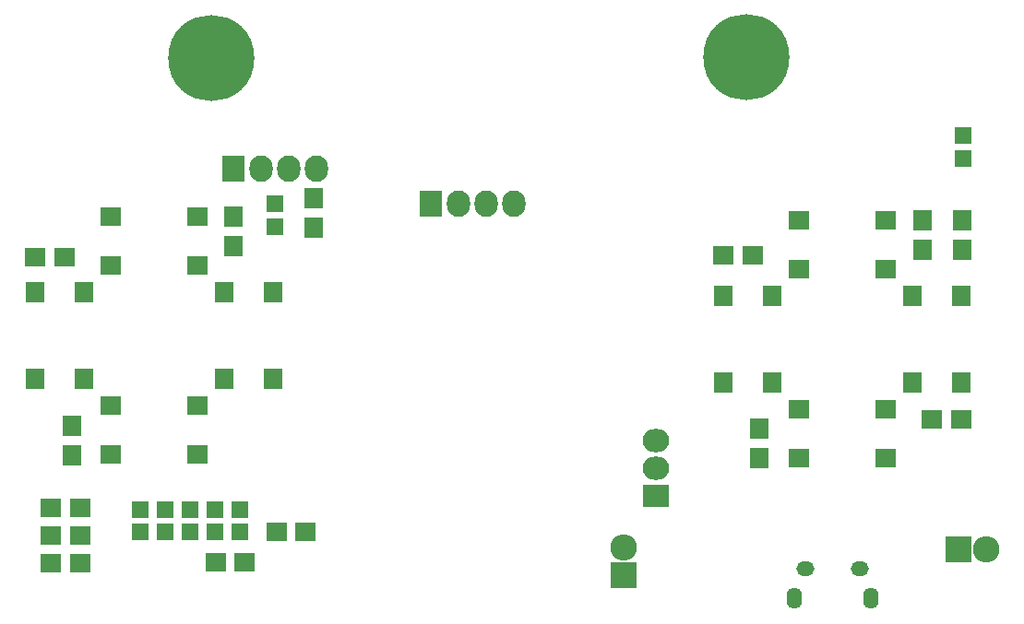
<source format=gts>
G04 #@! TF.FileFunction,Soldermask,Top*
%FSLAX46Y46*%
G04 Gerber Fmt 4.6, Leading zero omitted, Abs format (unit mm)*
G04 Created by KiCad (PCBNEW 4.0.2+e4-6225~38~ubuntu15.10.1-stable) date Thu 13 Oct 2016 11:24:21 SAST*
%MOMM*%
G01*
G04 APERTURE LIST*
%ADD10C,0.100000*%
%ADD11C,7.900000*%
%ADD12R,1.950000X1.700000*%
%ADD13R,1.700000X1.950000*%
%ADD14R,2.127200X2.432000*%
%ADD15O,2.127200X2.432000*%
%ADD16R,1.598880X1.598880*%
%ADD17O,1.650000X1.350000*%
%ADD18O,1.400000X1.950000*%
%ADD19R,2.432000X2.432000*%
%ADD20O,2.432000X2.432000*%
%ADD21R,1.700000X1.900000*%
%ADD22R,1.900000X1.700000*%
%ADD23R,2.432000X2.127200*%
%ADD24O,2.432000X2.127200*%
G04 APERTURE END LIST*
D10*
D11*
X122402600Y-80899000D03*
D12*
X127254100Y-95832100D03*
X135204100Y-95832100D03*
X127254100Y-100332100D03*
X135204100Y-100332100D03*
D13*
X120279600Y-110756600D03*
X120279600Y-102806600D03*
X124779600Y-110756600D03*
X124779600Y-102806600D03*
D12*
X135191400Y-117718400D03*
X127241400Y-117718400D03*
X135191400Y-113218400D03*
X127241400Y-113218400D03*
D13*
X142153200Y-102806600D03*
X142153200Y-110756600D03*
X137653200Y-102806600D03*
X137653200Y-110756600D03*
D12*
X64097000Y-112862800D03*
X72047000Y-112862800D03*
X64097000Y-117362800D03*
X72047000Y-117362800D03*
D13*
X74508800Y-110401000D03*
X74508800Y-102451000D03*
X79008800Y-110401000D03*
X79008800Y-102451000D03*
D12*
X72047000Y-99989200D03*
X64097000Y-99989200D03*
X72047000Y-95489200D03*
X64097000Y-95489200D03*
D13*
X61635200Y-102451000D03*
X61635200Y-110401000D03*
X57135200Y-102451000D03*
X57135200Y-110401000D03*
D14*
X75387200Y-91084400D03*
D15*
X77927200Y-91084400D03*
X80467200Y-91084400D03*
X83007200Y-91084400D03*
D16*
X79197200Y-96451420D03*
X79197200Y-94353380D03*
X73660000Y-124493020D03*
X73660000Y-122394980D03*
X71374000Y-124493020D03*
X71374000Y-122394980D03*
X69088000Y-124493020D03*
X69088000Y-122394980D03*
X66802000Y-124493020D03*
X66802000Y-122394980D03*
X75946000Y-124493020D03*
X75946000Y-122394980D03*
D17*
X132850900Y-127887460D03*
X127850900Y-127887460D03*
D18*
X133850900Y-130587460D03*
X126850900Y-130587460D03*
D14*
X93472000Y-94361000D03*
D15*
X96012000Y-94361000D03*
X98552000Y-94361000D03*
X101092000Y-94361000D03*
D16*
X142341600Y-90152220D03*
X142341600Y-88054180D03*
D19*
X141900000Y-126100000D03*
D20*
X144440000Y-126100000D03*
D19*
X111201200Y-128422400D03*
D20*
X111201200Y-125882400D03*
D21*
X142240000Y-98581200D03*
X142240000Y-95881200D03*
X82702400Y-96549200D03*
X82702400Y-93849200D03*
D22*
X79295000Y-124460000D03*
X81995000Y-124460000D03*
X61294000Y-122301000D03*
X58594000Y-122301000D03*
X61294000Y-124841000D03*
X58594000Y-124841000D03*
X61294000Y-127381000D03*
X58594000Y-127381000D03*
X73707000Y-127254000D03*
X76407000Y-127254000D03*
D21*
X138582400Y-95830400D03*
X138582400Y-98530400D03*
D22*
X120290600Y-99034600D03*
X122990600Y-99034600D03*
D21*
X123596400Y-117682000D03*
X123596400Y-114982000D03*
D22*
X142116800Y-114096800D03*
X139416800Y-114096800D03*
D21*
X60502800Y-114728000D03*
X60502800Y-117428000D03*
X75336400Y-98174800D03*
X75336400Y-95474800D03*
D22*
X59820800Y-99212400D03*
X57120800Y-99212400D03*
D23*
X114096800Y-121158000D03*
D24*
X114096800Y-118618000D03*
X114096800Y-116078000D03*
D11*
X73317100Y-80937100D03*
M02*

</source>
